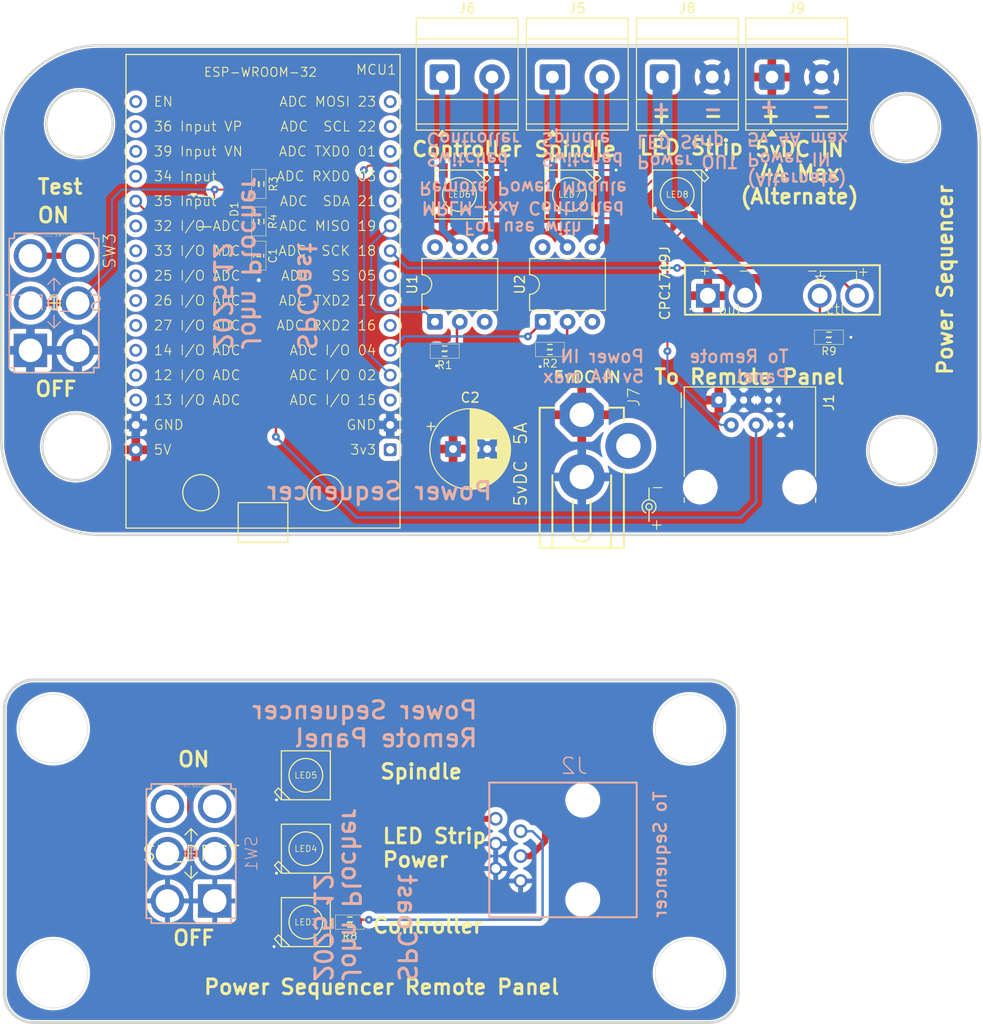
<source format=kicad_pcb>
(kicad_pcb (version 20241229) (generator "pcbnew") (generator_version "9.0")
  (layers (0 "F.Cu" signal) (2 "B.Cu" signal) (13 "F.Paste" user) (15 "B.Paste" user) (5 "F.SilkS" user "F.Silkscreen") (7 "B.SilkS" user "B.Silkscreen") (1 "F.Mask" user) (3 "B.Mask" user) (25 "Edge.Cuts" user))
  (net 0 "")
  (net 2 "+5V")
  (net 3 "Net-(J8-Pin_1)")
  (net 4 "Net-(J5-Pin_2)")
  (net 5 "Net-(J6-Pin_1)")
  (net 6 "Net-(J5-Pin_1)")
  (net 7 "Net-(J6-Pin_2)")
  (net 8 "ssr")
  (net 9 "neopixel")
  (net 10 "Net-(LED3-DO)")
  (net 11 "Net-(LED4-DO)")
  (net 19 "+3V3")
  (net 34 "Net-(R1-Pad1)")
  (net 35 "Net-(R2-Pad1)")
  (net 40 "switch")
  (net 41 "controller")
  (net 42 "spindle")
  (net 43 "debounced_switch")
  (net 44 "Net-(LED3-DI)")
  (net 45 "GND")
  (net 47 "Net-(K1--_2)")
  (net 48 "_switch")
  (net 49 "_neopixel")
  (net 50 "/5v")
  (net 53 "neopixel_out")
  (net 54 "Net-(LED6-DO)")
  (net 55 "Net-(LED7-DO)")
  (net 57 "Net-(SW3-C-Pad3)")
  (footprint "PCM_SPCoast:0603-RES" (layer "F.Cu") (at 130.75 81.25 180)
    (property "Reference" "R2" (at 0 -1.43 0) (layer "F.SilkS") (effects (font (size 0.8 0.8) (thickness 0.1))))
    (property "Value" "330Ω")
    (pad "1" smd roundrect (at -0.825 0 180) (size 0.8 0.95) (layers "F.Cu" "F.Mask" "F.Paste") (net 35 "Net-(R2-Pad1)"))
    (pad "2" smd roundrect (at 0.825 0 180) (size 0.8 0.95) (layers "F.Cu" "F.Mask" "F.Paste") (net 45 "GND"))
  )
  (footprint "PCM_SPCoast:0603-RES" (layer "F.Cu") (at 101 64.345 -90)
    (property "Reference" "R3" (at 0 -1.5 90) (layer "F.SilkS") (effects (font (size 0.8 0.8) (thickness 0.1))))
    (property "Value" "10k0Ω")
    (pad "1" smd roundrect (at -0.825 0 270) (size 0.8 0.95) (layers "F.Cu" "F.Mask" "F.Paste") (net 2 "+5V"))
    (pad "2" smd roundrect (at 0.825 0 270) (size 0.8 0.95) (layers "F.Cu" "F.Mask" "F.Paste") (net 40 "switch"))
  )
  (footprint "Monkey_Riot_Pedals_Library:DPDT.LUGS" (layer "F.Cu") (at 94.087 132.746 180)
    (property "Reference" "SW1" (at -6.163 -0.004 270) (layer "B.SilkS") (effects (font (size 1.2065 1.2065) (thickness 0.1016)) (justify mirror)))
    (property "Value" "SW_DPST" (at 0 0 0) (layer "F.SilkS") (effects (font (size 1.524 1.524))))
    (fp_text user "SOLDER" (at 0 6.731 0) (layer "F.SilkS") (effects (font (size 0.38608 0.38608) (thickness 0.032512)) (justify left bottom)))
    (fp_text user "SWITCH" (at 0 6.731 0) (layer "B.SilkS") (effects (font (size 0.38608 0.38608) (thickness 0.032512)) (justify left bottom mirror)))
    (pad "1" thru_hole rect (at -2.413 -4.834 180) (size 3.416 3.416) (drill 2.4) (layers "*.Cu" "*.Mask") (net 45 "GND"))
    (pad "2" thru_hole oval (at -2.413 -0.004 180) (size 3.416 3.416) (drill 2.4) (layers "*.Cu" "*.Mask") (net 48 "_switch"))
    (pad "3" thru_hole oval (at -2.413 4.826 180) (size 3.416 3.416) (drill 2.4) (layers "*.Cu" "*.Mask"))
    (pad "4" thru_hole oval (at 2.417 -4.834 180) (size 3.416 3.416) (drill 2.4) (layers "*.Cu" "*.Mask") (net 45 "GND"))
    (pad "5" thru_hole oval (at 2.417 -0.004 180) (size 3.416 3.416) (drill 2.4) (layers "*.Cu" "*.Mask") (net 48 "_switch"))
    (pad "6" thru_hole oval (at 2.417 4.826 180) (size 3.416 3.416) (drill 2.4) (layers "*.Cu" "*.Mask"))
  )
  (footprint "PCM_SPCoast:0603-CAP" (layer "F.Cu") (at 101 71.67 -90)
    (property "Reference" "C1" (at 0 -1.43 90) (layer "F.SilkS") (effects (font (size 0.8 0.8) (thickness 0.1))))
    (property "Value" "1.0uF")
    (pad "1" smd roundrect (at -0.775 0 270) (size 0.9 0.95) (layers "F.Cu" "F.Mask" "F.Paste") (net 43 "debounced_switch"))
    (pad "2" smd roundrect (at 0.775 0 270) (size 0.9 0.95) (layers "F.Cu" "F.Mask" "F.Paste") (net 45 "GND"))
  )
  (footprint "PCM_SPCoast:RJ12_Amphenol_54601-x06_Horizontal" (layer "F.Cu") (at 148 86.42)
    (property "Reference" "J1" (at 11.25 0.25 90) (layer "F.SilkS"))
    (property "Value" "Conn_6P6C")
    (pad "" np_thru_hole circle (at -1.9 8.89) (size 3.25 3.25) (drill 3.25) (layers "*.Cu" "*.Mask"))
    (pad "" np_thru_hole circle (at 8.26 8.89) (size 3.25 3.25) (drill 3.25) (layers "*.Cu" "*.Mask"))
    (pad "1" thru_hole roundrect (at 0 0) (size 1.52 1.52) (drill 0.76) (layers "*.Cu" "*.Mask") (roundrect_rratio 0.1644736842) (net 2 "+5V"))
    (pad "2" thru_hole circle (at 1.27 2.54) (size 1.52 1.52) (drill 0.76) (layers "*.Cu" "*.Mask") (net 53 "neopixel_out"))
    (pad "3" thru_hole circle (at 2.54 0) (size 1.52 1.52) (drill 0.76) (layers "*.Cu" "*.Mask") (net 45 "GND"))
    (pad "4" thru_hole circle (at 3.81 2.54) (size 1.52 1.52) (drill 0.76) (layers "*.Cu" "*.Mask") (net 40 "switch"))
    (pad "5" thru_hole circle (at 5.08 0) (size 1.52 1.52) (drill 0.76) (layers "*.Cu" "*.Mask") (net 45 "GND"))
    (pad "6" thru_hole circle (at 6.35 2.54) (size 1.52 1.52) (drill 0.76) (layers "*.Cu" "*.Mask") (net 45 "GND"))
  )
  (footprint "Package_DIP:DIP-6_W7.62mm" (layer "F.Cu") (at 130 78.42 90)
    (property "Reference" "U2" (at 3.81 -2.33 90) (layer "F.SilkS"))
    (property "Value" "4N28")
    (pad "1" thru_hole roundrect (at 0 0 90) (size 1.6 1.6) (drill 0.8) (layers "*.Cu" "*.Mask") (roundrect_rratio 0.15625) (net 42 "spindle"))
    (pad "2" thru_hole circle (at 0 2.54 90) (size 1.6 1.6) (drill 0.8) (layers "*.Cu" "*.Mask") (net 35 "Net-(R2-Pad1)"))
    (pad "3" thru_hole circle (at 0 5.08 90) (size 1.6 1.6) (drill 0.8) (layers "*.Cu" "*.Mask"))
    (pad "4" thru_hole circle (at 7.62 5.08 90) (size 1.6 1.6) (drill 0.8) (layers "*.Cu" "*.Mask") (net 4 "Net-(J5-Pin_2)"))
    (pad "5" thru_hole circle (at 7.62 2.54 90) (size 1.6 1.6) (drill 0.8) (layers "*.Cu" "*.Mask") (net 6 "Net-(J5-Pin_1)"))
    (pad "6" thru_hole circle (at 7.62 0 90) (size 1.6 1.6) (drill 0.8) (layers "*.Cu" "*.Mask"))
  )
  (footprint "PCM_SPCoast:WS2812B" (layer "F.Cu") (at 105.809076 124.746 90)
    (property "Reference" "LED5" (at 0 0 0) (layer "F.SilkS") (effects (font (size 0.635 0.635) (thickness 0.0762))))
    (property "Value" "WS2812B" (hide yes))
    (pad "1-VDD" smd rect (at 2.45 1.65 270) (size 1.5 0.9) (layers "F.Cu" "F.Mask" "F.Paste") (net 50 "/5v"))
    (pad "2-DOUT" smd rect (at 2.45 -1.65 270) (size 1.5 0.9) (layers "F.Cu" "F.Mask" "F.Paste"))
    (pad "3-GND" smd rect (at -2.45 -1.65 270) (size 1.5 0.9) (layers "F.Cu" "F.Mask" "F.Paste") (net 45 "GND"))
    (pad "4-DIN" smd rect (at -2.45 1.65 270) (size 1.5 0.9) (layers "F.Cu" "F.Mask" "F.Paste") (net 11 "Net-(LED4-DO)"))
  )
  (footprint "Capacitor_THT:CP_Radial_D8.0mm_P3.50mm" (layer "F.Cu") (at 120.847349 91.42)
    (property "Reference" "C2" (at 1.75 -5.25 0) (layer "F.SilkS"))
    (property "Value" "1000uF")
    (pad "1" thru_hole rect (at 0 0) (size 1.6 1.6) (drill 0.8) (layers "*.Cu" "*.Mask") (net 2 "+5V"))
    (pad "2" thru_hole circle (at 3.5 0) (size 1.6 1.6) (drill 0.8) (layers "*.Cu" "*.Mask") (net 45 "GND"))
  )
  (footprint "PCM_SPCoast:WS2812B" (layer "F.Cu") (at 105.809076 132.246 90)
    (property "Reference" "LED4" (at 0 0 0) (layer "F.SilkS") (effects (font (size 0.635 0.635) (thickness 0.0762))))
    (property "Value" "WS2812B" (hide yes))
    (pad "1-VDD" smd rect (at 2.45 1.65 270) (size 1.5 0.9) (layers "F.Cu" "F.Mask" "F.Paste") (net 50 "/5v"))
    (pad "2-DOUT" smd rect (at 2.45 -1.65 270) (size 1.5 0.9) (layers "F.Cu" "F.Mask" "F.Paste") (net 11 "Net-(LED4-DO)"))
    (pad "3-GND" smd rect (at -2.45 -1.65 270) (size 1.5 0.9) (layers "F.Cu" "F.Mask" "F.Paste") (net 45 "GND"))
    (pad "4-DIN" smd rect (at -2.45 1.65 270) (size 1.5 0.9) (layers "F.Cu" "F.Mask" "F.Paste") (net 10 "Net-(LED3-DO)"))
  )
  (footprint "PCM_SPCoast:0603-RES" (layer "F.Cu") (at 159.25 80 180)
    (property "Reference" "R9" (at 0 -1.43 0) (layer "F.SilkS") (effects (font (size 0.8 0.8) (thickness 0.1))))
    (property "Value" "330Ω")
    (pad "1" smd roundrect (at -0.825 0 180) (size 0.8 0.95) (layers "F.Cu" "F.Mask" "F.Paste") (net 45 "GND"))
    (pad "2" smd roundrect (at 0.825 0 180) (size 0.8 0.95) (layers "F.Cu" "F.Mask" "F.Paste") (net 47 "Net-(K1--_2)"))
  )
  (footprint "PCM_SPCoast:WS2812B" (layer "F.Cu") (at 143.75 65.42 -90)
    (property "Reference" "LED8" (at 0 0 0) (layer "F.SilkS") (effects (font (size 0.635 0.635) (thickness 0.0762))))
    (property "Value" "WS2812B")
    (pad "1-VDD" smd rect (at 2.45 1.65 90) (size 1.5 0.9) (layers "F.Cu" "F.Mask" "F.Paste") (net 2 "+5V"))
    (pad "2-DOUT" smd rect (at 2.45 -1.65 90) (size 1.5 0.9) (layers "F.Cu" "F.Mask" "F.Paste") (net 53 "neopixel_out"))
    (pad "3-GND" smd rect (at -2.45 -1.65 90) (size 1.5 0.9) (layers "F.Cu" "F.Mask" "F.Paste") (net 45 "GND"))
    (pad "4-DIN" smd rect (at -2.45 1.65 90) (size 1.5 0.9) (layers "F.Cu" "F.Mask" "F.Paste") (net 55 "Net-(LED7-DO)"))
  )
  (footprint "PCM_SPCoast:DCJ0202" (layer "F.Cu") (at 134 87.92)
    (property "Reference" "J7" (at 6 -0.73 90) (layer "F.SilkS") (effects (font (size 1.1684 1.1684) (thickness 0.1016)) (justify left bottom)))
    (property "Value" "DCJ0202")
    (property "Voltage" "5vDC" (at -6.25 7 90) (layer "F.SilkS") (effects (font (size 1.27 1.27))))
    (property "Amperage" "5A" (at -6.25 1.92 90) (layer "F.SilkS") (effects (font (size 1.27 1.27))))
    (fp_text user "+" (at 7.0525 10.4767 270) (layer "F.SilkS") (effects (font (size 1.1684 1.1684) (thickness 0.1016)) (justify left bottom)))
    (fp_text user "-" (at 8.5525 6.8492 180) (layer "F.SilkS") (effects (font (size 1.1684 1.1684) (thickness 0.1016)) (justify left bottom)))
    (pad "1" thru_hole roundrect (at 0 0) (size 4.5 4.5) (drill 2.5) (layers "*.Cu" "*.Mask") (chamfer_ratio 0.2928932188) (chamfer top_left top_right bottom_left bottom_right) (net 2 "+5V"))
    (pad "2" thru_hole circle (at 4.7625 3.175) (size 4.7 4.7) (drill 2.5) (layers "*.Cu" "*.Mask"))
    (pad "3" thru_hole circle (at 0 6.35) (size 4.7 4.7) (drill 2.5) (layers "*.Cu" "*.Mask") (net 45 "GND"))
  )
  (footprint "TerminalBlock_Phoenix:TerminalBlock_Phoenix_MKDS-3-2-5.08_1x02_P5.08mm_Horizontal" (layer "F.Cu") (at 153.42 53.42)
    (property "Reference" "J9" (at 2.54 -7.02 0) (layer "F.SilkS"))
    (property "Value" "Conn_01x02" (hide yes))
    (pad "1" thru_hole roundrect (at 0 0) (size 2.6 2.6) (drill 1.3) (layers "*.Cu" "*.Mask") (roundrect_rratio 0.096154) (net 2 "+5V"))
    (pad "2" thru_hole circle (at 5.08 0) (size 2.6 2.6) (drill 1.3) (layers "*.Cu" "*.Mask") (net 45 "GND"))
  )
  (footprint "PCM_SPCoast:WS2812B" (layer "F.Cu") (at 132.75 65.42 -90)
    (property "Reference" "LED7" (at 0 0 0) (layer "F.SilkS") (effects (font (size 0.635 0.635) (thickness 0.0762))))
    (property "Value" "WS2812B" (hide yes))
    (pad "1-VDD" smd rect (at 2.45 1.65 90) (size 1.5 0.9) (layers "F.Cu" "F.Mask" "F.Paste") (net 2 "+5V"))
    (pad "2-DOUT" smd rect (at 2.45 -1.65 90) (size 1.5 0.9) (layers "F.Cu" "F.Mask" "F.Paste") (net 55 "Net-(LED7-DO)"))
    (pad "3-GND" smd rect (at -2.45 -1.65 90) (size 1.5 0.9) (layers "F.Cu" "F.Mask" "F.Paste") (net 45 "GND"))
    (pad "4-DIN" smd rect (at -2.45 1.65 90) (size 1.5 0.9) (layers "F.Cu" "F.Mask" "F.Paste") (net 54 "Net-(LED6-DO)"))
  )
  (footprint "PCM_SPCoast:0603-RES" (layer "F.Cu") (at 101 68.17 -90)
    (property "Reference" "R4" (at 0 -1.43 270) (layer "F.SilkS") (effects (font (size 0.8 0.8) (thickness 0.1))))
    (property "Value" "22k0Ω")
    (pad "1" smd roundrect (at -0.825 0 270) (size 0.8 0.95) (layers "F.Cu" "F.Mask" "F.Paste") (net 40 "switch"))
    (pad "2" smd roundrect (at 0.825 0 270) (size 0.8 0.95) (layers "F.Cu" "F.Mask" "F.Paste") (net 43 "debounced_switch"))
  )
  (footprint "TerminalBlock_Phoenix:TerminalBlock_Phoenix_MKDS-3-2-5.08_1x02_P5.08mm_Horizontal" (layer "F.Cu") (at 119.75 53.42)
    (property "Reference" "J6" (at 2.54 -7.02 0) (layer "F.SilkS"))
    (property "Value" "Conn_01x02" (hide yes))
    (pad "1" thru_hole roundrect (at 0 0) (size 2.6 2.6) (drill 1.3) (layers "*.Cu" "*.Mask") (roundrect_rratio 0.096154) (net 5 "Net-(J6-Pin_1)"))
    (pad "2" thru_hole circle (at 5.08 0) (size 2.6 2.6) (drill 1.3) (layers "*.Cu" "*.Mask") (net 7 "Net-(J6-Pin_2)"))
  )
  (footprint "PCM_SPCoast:WS2812B" (layer "F.Cu") (at 121.5 65.42 -90)
    (property "Reference" "LED6" (at 0 0 0) (layer "F.SilkS") (effects (font (size 0.635 0.635) (thickness 0.0762))))
    (property "Value" "WS2812B" (hide yes))
    (pad "1-VDD" smd rect (at 2.45 1.65 90) (size 1.5 0.9) (layers "F.Cu" "F.Mask" "F.Paste") (net 2 "+5V"))
    (pad "2-DOUT" smd rect (at 2.45 -1.65 90) (size 1.5 0.9) (layers "F.Cu" "F.Mask" "F.Paste") (net 54 "Net-(LED6-DO)"))
    (pad "3-GND" smd rect (at -2.45 -1.65 90) (size 1.5 0.9) (layers "F.Cu" "F.Mask" "F.Paste") (net 45 "GND"))
    (pad "4-DIN" smd rect (at -2.45 1.65 90) (size 1.5 0.9) (layers "F.Cu" "F.Mask" "F.Paste") (net 9 "neopixel"))
  )
  (footprint "Package_DIP:DIP-6_W7.62mm" (layer "F.Cu") (at 119 78.42 90)
    (property "Reference" "U1" (at 3.81 -2.33 90) (layer "F.SilkS"))
    (property "Value" "4N28")
    (pad "1" thru_hole roundrect (at 0 0 90) (size 1.6 1.6) (drill 0.8) (layers "*.Cu" "*.Mask") (roundrect_rratio 0.15625) (net 41 "controller"))
    (pad "2" thru_hole circle (at 0 2.54 90) (size 1.6 1.6) (drill 0.8) (layers "*.Cu" "*.Mask") (net 34 "Net-(R1-Pad1)"))
    (pad "3" thru_hole circle (at 0 5.08 90) (size 1.6 1.6) (drill 0.8) (layers "*.Cu" "*.Mask"))
    (pad "4" thru_hole circle (at 7.62 5.08 90) (size 1.6 1.6) (drill 0.8) (layers "*.Cu" "*.Mask") (net 7 "Net-(J6-Pin_2)"))
    (pad "5" thru_hole circle (at 7.62 2.54 90) (size 1.6 1.6) (drill 0.8) (layers "*.Cu" "*.Mask") (net 5 "Net-(J6-Pin_1)"))
    (pad "6" thru_hole circle (at 7.62 0 90) (size 1.6 1.6) (drill 0.8) (layers "*.Cu" "*.Mask"))
  )
  (footprint "PCM_SPCoast:ESP32_DevKit_V1" (layer "F.Cu") (at 114.34 91.495)
    (property "Reference" "MCU1" (at -1.34 -38.825 0) (layer "F.SilkS") (effects (font (thickness 0.1))))
    (property "Value" "ESP32-DevKit-V1")
    (fp_text user "36 Input VP" (at -24.13 -33.02 0) (layer "F.SilkS") (effects (font (thickness 0.1)) (justify left)))
    (fp_text user "12 I/O ADC" (at -24.13 -7.62 0) (layer "F.SilkS") (effects (font (thickness 0.1)) (justify left)))
    (fp_text user "5V" (at -24.13 0 0) (layer "F.SilkS") (effects (font (thickness 0.1)) (justify left)))
    (fp_text user "34 Input" (at -24.13 -27.94 0) (layer "F.SilkS") (effects (font (thickness 0.1)) (justify left)))
    (fp_text user "39 Input VN" (at -24.13 -30.48 0) (layer "F.SilkS") (effects (font (thickness 0.1)) (justify left)))
    (fp_text user "ADC   SS 05" (at -1.27 -17.78 0) (layer "F.SilkS") (effects (font (thickness 0.1)) (justify right)))
    (fp_text user "ADC  SCK 18" (at -1.27 -20.32 0) (layer "F.SilkS") (effects (font (thickness 0.1)) (justify right)))
    (fp_text user "ADC RXD2 16" (at -1.27 -12.7 0) (layer "F.SilkS") (effects (font (thickness 0.1)) (justify right)))
    (fp_text user "33 I/O ADC" (at -24.13 -20.32 0) (layer "F.SilkS") (effects (font (thickness 0.1)) (justify left)))
    (fp_text user "ADC I/O 02" (at -1.27 -7.62 0) (layer "F.SilkS") (effects (font (thickness 0.1)) (justify right)))
    (fp_text user "ADC MISO 19" (at -1.27 -22.86 0) (layer "F.SilkS") (effects (font (thickness 0.1)) (justify right)))
    (fp_text user "35 Input" (at -24.13 -25.4 0) (layer "F.SilkS") (effects (font (thickness 0.1)) (justify left)))
    (fp_text user "ADC TXD0 01" (at -1.27 -30.48 0) (layer "F.SilkS") (effects (font (thickness 0.1)) (justify right)))
    (fp_text user "3v3" (at -1.27 0 0) (layer "F.SilkS") (effects (font (thickness 0.1)) (justify right)))
    (fp_text user "EN" (at -24.13 -35.56 0) (layer "F.SilkS") (effects (font (thickness 0.1)) (justify left)))
    (fp_text user "ADC I/O 04" (at -1.27 -10.16 0) (layer "F.SilkS") (effects (font (thickness 0.1)) (justify right)))
    (fp_text user "27 I/O ADC" (at -24.13 -12.7 0) (layer "F.SilkS") (effects (font (thickness 0.1)) (justify left)))
    (fp_text user "32 I/O ADC" (at -24.13 -22.86 0) (layer "F.SilkS") (effects (font (thickness 0.1)) (justify left)))
    (fp_text user "ADC MOSI 23" (at -1.27 -35.56 0) (layer "F.SilkS") (effects (font (thickness 0.1)) (justify right)))
    (fp_text user "ADC  SCL 22" (at -1.27 -33.02 0) (layer "F.SilkS") (effects (font (thickness 0.1)) (justify right)))
    (fp_text user "26 I/O ADC" (at -24.13 -15.24 0) (layer "F.SilkS") (effects (font (thickness 0.1)) (justify left)))
    (fp_text user "ESP-WROOM-32" (at -19.004 -38.034 0) (layer "F.SilkS") (effects (font (size 0.9144 0.9144) (thickness 0.1016)) (justify left bottom)))
    (fp_text user "GND" (at -24.13 -2.54 0) (layer "F.SilkS") (effects (font (thickness 0.1)) (justify left)))
    (fp_text user "ADC  SDA 21" (at -1.27 -25.4 0) (layer "F.SilkS") (effects (font (thickness 0.1)) (justify right)))
    (fp_text user "ADC RXD0 03" (at -1.27 -27.94 0) (layer "F.SilkS") (effects (font (thickness 0.1)) (justify right)))
    (fp_text user "GND" (at -1.27 -2.54 0) (layer "F.SilkS") (effects (font (thickness 0.1)) (justify right)))
    (fp_text user "14 I/O ADC" (at -24.13 -10.16 0) (layer "F.SilkS") (effects (font (thickness 0.1)) (justify left)))
    (fp_text user "13 I/O ADC" (at -24.13 -5.08 0) (layer "F.SilkS") (effects (font (thickness 0.1)) (justify left)))
    (fp_text user "ADC TXD2 17" (at -1.27 -15.24 0) (layer "F.SilkS") (effects (font (thickness 0.1)) (justify right)))
    (fp_text user "25 I/O ADC" (at -24.13 -17.78 0) (layer "F.SilkS") (effects (font (thickness 0.1)) (justify left)))
    (fp_text user "ADC I/O 15" (at -1.27 -5.08 0) (layer "F.SilkS") (effects (font (thickness 0.1)) (justify right)))
    (pad "3V3" thru_hole roundrect (at 0.092 0) (size 1.308 1.308) (drill 0.8) (layers "*.Cu" "*.Mask") (roundrect_rratio 0.1911314985) (net 19 "+3V3"))
    (pad "5V" thru_hole roundrect (at -25.908 0) (size 1.308 1.308) (drill 0.8) (layers "*.Cu" "*.Mask") (roundrect_rratio 0.1911314985) (net 2 "+5V"))
    (pad "EN" thru_hole circle (at -25.908 -35.56) (size 1.308 1.308) (drill 0.8) (layers "*.Cu" "*.Mask"))
    (pad "GND" thru_hole rect (at -25.908 -2.54) (size 1.308 1.308) (drill 0.8) (layers "*.Cu" "*.Mask") (net 45 "GND"))
    (pad "GND@1" thru_hole rect (at 0.092 -2.54) (size 1.308 1.308) (drill 0.8) (layers "*.Cu" "*.Mask") (net 45 "GND"))
    (pad "IO2" thru_hole circle (at 0.092 -7.62) (size 1.308 1.308) (drill 0.8) (layers "*.Cu" "*.Mask") (net 9 "neopixel"))
    (pad "IO4" thru_hole circle (at 0.092 -10.16) (size 1.308 1.308) (drill 0.8) (layers "*.Cu" "*.Mask") (net 42 "spindle"))
    (pad "IO5" thru_hole circle (at 0.092 -17.78) (size 1.308 1.308) (drill 0.8) (layers "*.Cu" "*.Mask"))
    (pad "IO12" thru_hole circle (at -25.908 -7.62) (size 1.308 1.308) (drill 0.8) (layers "*.Cu" "*.Mask"))
    (pad "IO13" thru_hole circle (at -25.908 -5.08) (size 1.308 1.308) (drill 0.8) (layers "*.Cu" "*.Mask"))
    (pad "IO14" thru_hole circle (at -25.908 -10.16) (size 1.308 1.308) (drill 0.8) (layers "*.Cu" "*.Mask"))
    (pad "IO15" thru_hole circle (at 0.092 -5.08) (size 1.308 1.308) (drill 0.8) (layers "*.Cu" "*.Mask"))
    (pad "IO18" thru_hole circle (at 0.092 -20.32) (size 1.308 1.308) (drill 0.8) (layers "*.Cu" "*.Mask") (net 8 "ssr"))
    (pad "IO19" thru_hole circle (at 0.092 -22.86) (size 1.308 1.308) (drill 0.8) (layers "*.Cu" "*.Mask") (net 41 "controller"))
    (pad "IO23" thru_hole circle (at 0.092 -35.56) (size 1.308 1.308) (drill 0.8) (layers "*.Cu" "*.Mask"))
    (pad "IO25" thru_hole circle (at -25.908 -17.78) (size 1.308 1.308) (drill 0.8) (layers "*.Cu" "*.Mask"))
    (pad "IO26" thru_hole circle (at -25.908 -15.24) (size 1.308 1.308) (drill 0.8) (layers "*.Cu" "*.Mask"))
    (pad "IO27" thru_hole circle (at -25.908 -12.7) (size 1.308 1.308) (drill 0.8) (layers "*.Cu" "*.Mask"))
    (pad "IO32" thru_hole circle (at -25.908 -22.86) (size 1.308 1.308) (drill 0.8) (layers "*.Cu" "*.Mask"))
    (pad "IO33" thru_hole circle (at -25.908 -20.32) (size 1.308 1.308) (drill 0.8) (layers "*.Cu" "*.Mask"))
    (pad "IO34" thru_hole circle (at -25.908 -27.94) (size 1.308 1.308) (drill 0.8) (layers "*.Cu" "*.Mask"))
    (pad "IO35" thru_hole circle (at -25.908 -25.4) (size 1.308 1.308) (drill 0.8) (layers "*.Cu" "*.Mask") (net 43 "debounced_switch"))
    (pad "IO36" thru_hole circle (at -25.908 -33.02) (size 1.308 1.308) (drill 0.8) (layers "*.Cu" "*.Mask"))
    (pad "IO39" thru_hole circle (at -25.908 -30.48) (size 1.308 1.308) (drill 0.8) (layers "*.Cu" "*.Mask"))
    (pad "RX1" thru_hole circle (at 0.092 -27.94) (size 1.308 1.308) (drill 0.8) (layers "*.Cu" "*.Mask"))
    (pad "RX2" thru_hole circle (at 0.092 -12.7) (size 1.308 1.308) (drill 0.8) (layers "*.Cu" "*.Mask"))
    (pad "SCL" thru_hole circle (at 0.092 -33.02) (size 1.308 1.308) (drill 0.8) (layers "*.Cu" "*.Mask"))
    (pad "SDA" thru_hole circle (at 0.092 -25.4) (size 1.308 1.308) (drill 0.8) (layers "*.Cu" "*.Mask"))
    (pad "TX1" thru_hole circle (at 0.092 -30.48) (size 1.308 1.308) (drill 0.8) (layers "*.Cu" "*.Mask"))
    (pad "TX2" thru_hole circle (at 0.092 -15.24) (size 1.308 1.308) (drill 0.8) (layers "*.Cu" "*.Mask"))
  )
  (footprint "TerminalBlock_Phoenix:TerminalBlock_Phoenix_MKDS-3-2-5.08_1x02_P5.08mm_Horizontal" (layer "F.Cu") (at 142.25 53.42)
    (property "Reference" "J8" (at 2.54 -7.02 0) (layer "F.SilkS"))
    (property "Value" "Conn_01x02" (hide yes))
    (pad "1" thru_hole roundrect (at 0 0) (size 2.6 2.6) (drill 1.3) (layers "*.Cu" "*.Mask") (roundrect_rratio 0.096154) (net 3 "Net-(J8-Pin_1)"))
    (pad "2" thru_hole circle (at 5.08 0) (size 2.6 2.6) (drill 1.3) (layers "*.Cu" "*.Mask") (net 45 "GND"))
  )
  (footprint "Package_TO_SOT_SMD:SOT-23" (layer "F.Cu") (at 95.5 67.17)
    (property "Reference" "D1" (at 3 -0.25 90) (layer "F.SilkS") (effects (font (size 0.8 0.8) (thickness 0.1))))
    (property "Value" "BAT54A")
    (pad "1" smd roundrect (at -0.9375 -0.95) (size 1.475 0.6) (layers "F.Cu" "F.Mask" "F.Paste"))
    (pad "2" smd roundrect (at -0.9375 0.95) (size 1.475 0.6) (layers "F.Cu" "F.Mask" "F.Paste") (net 43 "debounced_switch"))
    (pad "3" smd roundrect (at 0.9375 0) (size 1.475 0.6) (layers "F.Cu" "F.Mask" "F.Paste") (net 40 "switch"))
  )
  (footprint "PCM_SPCoast:0603-RES" (layer "F.Cu") (at 110.309076 139.746 180)
    (property "Reference" "R8" (at 0 -1.43 0) (layer "F.SilkS") (effects (font (size 0.8 0.8) (thickness 0.1))))
    (property "Value" "330Ω")
    (pad "1" smd roundrect (at -0.825 0 180) (size 0.8 0.95) (layers "F.Cu" "F.Mask" "F.Paste") (net 49 "_neopixel"))
    (pad "2" smd roundrect (at 0.825 0 180) (size 0.8 0.95) (layers "F.Cu" "F.Mask" "F.Paste") (net 44 "Net-(LED3-DI)"))
  )
  (footprint "PCM_SPCoast:Board_100x050" (layer "F.Cu") (at 174.6885 100.1885 90)
    (property "Reference" "Board1" (hide yes))
    (property "Value" "~" (hide yes))
    (fp_line (start 10 -100) (end 40 -100) (stroke (width 0.254)) (layer "Edge.Cuts"))
    (fp_line (start 50 -90) (end 50 -10) (stroke (width 0.254)) (layer "Edge.Cuts"))
    (fp_line (start 0 -10) (end 0 -90) (stroke (width 0.254)) (layer "Edge.Cuts"))
    (fp_line (start 40 0) (end 11 0) (stroke (width 0.254)) (layer "Edge.Cuts"))
    (fp_line (start 11 0) (end 10 0) (stroke (width 0.254)) (layer "Edge.Cuts"))
    (fp_arc (start 40 -100) (mid 47.071068 -97.071068) (end 50 -90) (stroke (width 0.254)) (layer "Edge.Cuts"))
    (fp_arc (start 0 -90) (mid 2.928932 -97.071068) (end 10 -100) (stroke (width 0.254)) (layer "Edge.Cuts"))
    (fp_arc (start 50 -10) (mid 47.071068 -2.928932) (end 40 0) (stroke (width 0.254)) (layer "Edge.Cuts"))
    (fp_arc (start 10 0) (mid 2.928932 -2.928932) (end 0 -10) (stroke (width 0.254)) (layer "Edge.Cuts"))
    (fp_circle (center 9 -92.4) (end 12.4 -92.4) (stroke (width 0.254)) (fill no) (layer "Edge.Cuts"))
    (fp_circle (center 42 -92) (end 45.4 -92) (stroke (width 0.254)) (fill no) (layer "Edge.Cuts"))
    (fp_circle (center 8.6 -8) (end 12 -8) (stroke (width 0.254)) (fill no) (layer "Edge.Cuts"))
    (fp_circle (center 41.6 -7.6) (end 45 -7.6) (stroke (width 0.254)) (fill no) (layer "Edge.Cuts"))
  )
  (footprint "PCM_SPCoast:Relay_CPC1709J" (layer "F.Cu") (at 146.88 75.754)
    (property "Reference" "K1" (hide yes))
    (property "Value" "CPC1709J" (at -4.38 -1.28299 90) (layer "F.SilkS") (effects (font (thickness 0.1524))))
    (fp_text user "out" (at 1 2 0) (layer "F.SilkS") (effects (font (thickness 0.1)) (justify left bottom)))
    (fp_text user "+" (at 15.19489 -1.891495 0) (layer "F.SilkS") (effects (font (thickness 0.1)) (justify left bottom)))
    (fp_text user "+" (at -1 -2 0) (layer "F.SilkS") (effects (font (thickness 0.1)) (justify left bottom)))
    (fp_text user "ctl" (at 12 1.943 0) (layer "F.SilkS") (effects (font (thickness 0.1)) (justify left bottom)))
    (fp_text user "-" (at 10 -2 0) (layer "F.SilkS") (effects (font (thickness 0.1)) (justify left bottom)))
    (fp_text user "-" (at 3 -2 0) (layer "F.SilkS") (effects (font (thickness 0.1)) (justify left bottom)))
    (pad "1" thru_hole rect (at 0 0) (size 2.43 2.43) (drill 1.62) (layers "*.Cu" "*.Mask") (net 2 "+5V"))
    (pad "2" thru_hole circle (at 3.81 0) (size 2.43 2.43) (drill 1.62) (layers "*.Cu" "*.Mask") (net 3 "Net-(J8-Pin_1)"))
    (pad "3" thru_hole circle (at 11.43 0) (size 2.43 2.43) (drill 1.62) (layers "*.Cu" "*.Mask") (net 47 "Net-(K1--_2)"))
    (pad "4" thru_hole circle (at 15.24 0) (size 2.43 2.43) (drill 1.62) (layers "*.Cu" "*.Mask") (net 8 "ssr"))
  )
  (footprint "PCM_SPCoast:0603-RES" (layer "F.Cu") (at 120 81.42 180)
    (property "Reference" "R1" (at 0 -1.43 0) (layer "F.SilkS") (effects (font (size 0.8 0.8) (thickness 0.1))))
    (property "Value" "330Ω")
    (pad "1" smd roundrect (at -0.825 0 180) (size 0.8 0.95) (layers "F.Cu" "F.Mask" "F.Paste") (net 34 "Net-(R1-Pad1)"))
    (pad "2" smd roundrect (at 0.825 0 180) (size 0.8 0.95) (layers "F.Cu" "F.Mask" "F.Paste") (net 45 "GND"))
  )
  (footprint "TerminalBlock_Phoenix:TerminalBlock_Phoenix_MKDS-3-2-5.08_1x02_P5.08mm_Horizontal" (layer "F.Cu") (at 131 53.42)
    (property "Reference" "J5" (at 2.54 -7.02 0) (layer "F.SilkS"))
    (property "Value" "Conn_01x02" (hide yes))
    (pad "1" thru_hole roundrect (at 0 0) (size 2.6 2.6) (drill 1.3) (layers "*.Cu" "*.Mask") (roundrect_rratio 0.096154) (net 6 "Net-(J5-Pin_1)"))
    (pad "2" thru_hole circle (at 5.08 0) (size 2.6 2.6) (drill 1.3) (layers "*.Cu" "*.Mask") (net 4 "Net-(J5-Pin_2)"))
  )
  (footprint "PCM_SPCoast:WS2812B" (layer "F.Cu") (at 105.809076 139.746 90)
    (property "Reference" "LED3" (at 0 0 0) (layer "F.SilkS") (effects (font (size 0.635 0.635) (thickness 0.0762))))
    (property "Value" "WS2812B" (hide yes))
    (pad "1-VDD" smd rect (at 2.45 1.65 270) (size 1.5 0.9) (layers "F.Cu" "F.Mask" "F.Paste") (net 50 "/5v"))
    (pad "2-DOUT" smd rect (at 2.45 -1.65 270) (size 1.5 0.9) (layers "F.Cu" "F.Mask" "F.Paste") (net 10 "Net-(LED3-DO)"))
    (pad "3-GND" smd rect (at -2.45 -1.65 270) (size 1.5 0.9) (layers "F.Cu" "F.Mask" "F.Paste") (net 45 "GND"))
    (pad "4-DIN" smd rect (at -2.45 1.65 270) (size 1.5 0.9) (layers "F.Cu" "F.Mask" "F.Paste") (net 44 "Net-(LED3-DI)"))
  )
  (footprint "PCM_SPCoast:RJ12_TOP" (layer "B.Cu") (at 134.1 132.365 -90)
    (property "Reference" "J2" (at -7.62 -0.635 0) (layer "B.SilkS") (effects (font (size 1.63576 1.63576) (thickness 0.14224)) (justify left bottom mirror)))
    (property "Value" "Conn_6P6C")
    (pad "" np_thru_hole circle (at -5.08 0 270) (size 3.2512 3.2512) (drill 3.2512) (layers "*.Cu" "*.Mask"))
    (pad "" np_thru_hole circle (at 5.08 0 270) (size 3.2512 3.2512) (drill 3.2512) (layers "*.Cu" "*.Mask"))
    (pad "1" thru_hole circle (at -3.175 8.89 270) (size 1.4 1.4) (drill 0.9) (layers "*.Cu" "*.Mask") (net 50 "/5v"))
    (pad "2" thru_hole circle (at -1.905 6.35 270) (size 1.4 1.4) (drill 0.9) (layers "*.Cu" "*.Mask") (net 49 "_neopixel"))
    (pad "3" thru_hole circle (at -0.635 8.89 270) (size 1.4 1.4) (drill 0.9) (layers "*.Cu" "*.Mask") (net 45 "GND"))
    (pad "4" thru_hole circle (at 0.635 6.35 270) (size 1.4 1.4) (drill 0.9) (layers "*.Cu" "*.Mask") (net 48 "_switch"))
    (pad "5" thru_hole circle (at 1.905 8.89 270) (size 1.4 1.4) (drill 0.9) (layers "*.Cu" "*.Mask") (net 45 "GND"))
    (pad "6" thru_hole circle (at 3.175 6.35 270) (size 1.4 1.4) (drill 0.9) (layers "*.Cu" "*.Mask") (net 45 "GND"))
  )
  (footprint "Monkey_Riot_Pedals_Library:DPDT.LUGS" (layer "B.Cu") (at 80.083 76.504)
    (property "Reference" "SW3" (at 5.667 -5.334 90) (layer "F.SilkS") (effects (font (size 1.2065 1.2065) (thickness 0.1016))))
    (property "Value" "SW_DPST" (at 0 0 0) (layer "B.SilkS") (effects (font (size 1.524 1.524)) (justify mirror)))
    (fp_text user "SWITCH" (at 0 -6.731 0) (layer "F.SilkS") (effects (font (size 0.38608 0.38608) (thickness 0.032512)) (justify left bottom)))
    (fp_text user "SOLDER" (at 0 -6.731 0) (layer "B.SilkS") (effects (font (size 0.38608 0.38608) (thickness 0.032512)) (justify left bottom mirror)))
    (pad "1" thru_hole rect (at -2.413 4.834) (size 3.416 3.416) (drill 2.4) (layers "*.Cu" "*.Mask") (net 45 "GND"))
    (pad "2" thru_hole oval (at -2.413 0.004) (size 3.416 3.416) (drill 2.4) (layers "*.Cu" "*.Mask") (net 40 "switch"))
    (pad "3" thru_hole oval (at -2.413 -4.826) (size 3.416 3.416) (drill 2.4) (layers "*.Cu" "*.Mask") (net 57 "Net-(SW3-C-Pad3)"))
    (pad "4" thru_hole oval (at 2.417 4.834) (size 3.416 3.416) (drill 2.4) (layers "*.Cu" "*.Mask") (net 45 "GND"))
    (pad "5" thru_hole oval (at 2.417 0.004) (size 3.416 3.416) (drill 2.4) (layers "*.Cu" "*.Mask") (net 40 "switch"))
    (pad "6" thru_hole oval (at 2.417 -4.826) (size 3.416 3.416) (drill 2.4) (layers "*.Cu" "*.Mask") (net 57 "Net-(SW3-C-Pad3)"))
  )
  (gr_arc (start 150 147) (mid 149.12132 149.12132) (end 147 150) (stroke (width 0.3)) (layer "Edge.Cuts"))
  (gr_arc (start 147 115) (mid 149.12132 115.87868) (end 150 118) (stroke (width 0.3)) (layer "Edge.Cuts"))
  (gr_circle (center 80 145) (end 83.5 145) (stroke (width 0.05)) (fill no) (layer "Edge.Cuts"))
  (gr_line (start 78 115) (end 147 115) (stroke (width 0.3)) (layer "Edge.Cuts"))
  (gr_circle (center 80 119.990399) (end 83.5 119.990399) (stroke (width 0.05)) (fill no) (layer "Edge.Cuts"))
  (gr_circle (center 145.009601 120) (end 148.509601 120) (stroke (width 0.05)) (fill no) (layer "Edge.Cuts"))
  (gr_arc (start 78 150) (mid 75.87868 149.12132) (end 75 147) (stroke (width 0.3)) (layer "Edge.Cuts"))
  (gr_circle (center 145 144.990399) (end 148.5 144.990399) (stroke (width 0.05)) (fill no) (layer "Edge.Cuts"))
  (gr_line (start 75 147) (end 75 118) (stroke (width 0.3)) (layer "Edge.Cuts"))
  (gr_arc (start 75 118) (mid 75.87868 115.87868) (end 78 115) (stroke (width 0.3)) (layer "Edge.Cuts"))
  (gr_line (start 147 150) (end 78 150) (stroke (width 0.3)) (layer "Edge.Cuts"))
  (gr_line (start 150 118) (end 150 147) (stroke (width 0.3)) (layer "Edge.Cuts"))
  (gr_text "LED Strip" (at 139.75 61.5 0) (layer "F.SilkS") (effects (font (size 1.5 1.5) (thickness 0.3) (bold yes)) (justify left bottom)))
  (gr_text "5vDC IN\n4A Max\n(Alternate)" (at 156.25 66.5 0) (layer "F.SilkS") (effects (font (size 1.5 1.5) (thickness 0.3) (bold yes)) (justify bottom)))
  (gr_text "Controller" (at 116.5 61.67 0) (layer "F.SilkS") (effects (font (size 1.5 1.5) (thickness 0.3) (bold yes)) (justify left bottom)))
  (gr_text "Spindle" (at 129 61.67 0) (layer "F.SilkS") (effects (font (size 1.5 1.5) (thickness 0.3) (bold yes)) (justify left bottom)))
  (gr_text "+   -" (at 144.79 58.22 0) (layer "F.SilkS") (effects (font (size 1.5 1.5) (thickness 0.3) (bold yes)) (justify bottom)))
  (gr_text "OFF" (at 92.087 142.246 0) (layer "F.SilkS") (effects (font (size 1.5 1.5) (thickness 0.3) (bold yes)) (justify left bottom)))
  (gr_text "Power Sequencer Remote Panel" (at 95.25 147.25 0) (layer "F.SilkS") (effects (font (size 1.5 1.5) (thickness 0.3) (bold yes)) (justify left bottom)))
  (gr_text "Power Sequencer" (at 172 84 90) (layer "F.SilkS") (effects (font (size 1.5 1.5) (thickness 0.3) (bold yes)) (justify left bottom)))
  (gr_text "ON" (at 78.25 68.42 0) (layer "F.SilkS") (effects (font (size 1.5 1.5) (thickness 0.3) (bold yes)) (justify left bottom)))
  (gr_text "Spindle" (at 113.25 125.25 0) (layer "F.SilkS") (effects (font (size 1.5 1.5) (thickness 0.3) (bold yes)) (justify left bottom)))
  (gr_text "Controller" (at 112.5 141 0) (layer "F.SilkS") (effects (font (size 1.5 1.5) (thickness 0.3) (bold yes)) (justify left bottom)))
  (gr_text "LED Strip\nPower" (at 113.5 134.25 0) (layer "F.SilkS") (effects (font (size 1.5 1.5) (thickness 0.3) (bold yes)) (justify left bottom)))
  (gr_text "Test" (at 78.25 65.5 0) (layer "F.SilkS") (effects (font (size 1.5 1.5) (thickness 0.3) (bold yes)) (justify left bottom)))
  (gr_text "+   -" (at 155.96 58.22 0) (layer "F.SilkS") (effects (font (size 1.5 1.5) (thickness 0.3) (bold yes)) (justify bottom)))
  (gr_text "To Remote Panel" (at 141.25 84.92 -0) (layer "F.SilkS") (effects (font (size 1.5 1.5) (thickness 0.3) (bold yes)) (justify left bottom)))
  (gr_text "5vDC IN" (at 131 84.75 0) (layer "F.SilkS") (effects (font (size 1.143 1.143) (thickness 0.2032) (bold yes)) (justify left bottom)))
  (gr_text "OFF" (at 78 86.17 0) (layer "F.SilkS") (effects (font (size 1.5 1.5) (thickness 0.3) (bold yes)) (justify left bottom)))
  (gr_text "ON" (at 92.587 123.996 0) (layer "F.SilkS") (effects (font (size 1.5 1.5) (thickness 0.3) (bold yes)) (justify left bottom)))
  (gr_text "Switched\nSpindle" (at 129.75 59 180) (layer "B.SilkS") (effects (font (size 1.27 1.27) (thickness 0.2286) (bold yes)) (justify left bottom mirror)))
  (gr_text "For use with\nMRLM-xxA Controlled\nRemote Power Module" (at 128 64 180) (layer "B.SilkS") (effects (font (size 1.27 1.27) (thickness 0.2286) (bold yes)) (justify bottom mirror)))
  (gr_text "+   -" (at 141 56 180) (layer "B.SilkS") (effects (font (size 1.5 1.5) (thickness 0.3) (bold yes)) (justify left bottom mirror)))
  (gr_text "Power IN\n5v 4A max" (at 140.5 84.75 0) (layer "B.SilkS") (effects (font (size 1.27 1.27) (thickness 0.2286) (bold yes)) (justify left bottom mirror)))
  (gr_text "Power OUT\nLED Strip" (at 139.5 59.25 180) (layer "B.SilkS") (effects (font (size 1.27 1.27) (thickness 0.2286) (bold yes)) (justify left bottom mirror)))
  (gr_text "+   -" (at 152 55.75 180) (layer "B.SilkS") (effects (font (size 1.5 1.5) (thickness 0.3) (bold yes)) (justify left bottom mirror)))
  (gr_text "(Alternate)\nPower IN\n5v 4A max" (at 150.75 59 180) (layer "B.SilkS") (effects (font (size 1.27 1.27) (thickness 0.2286) (bold yes)) (justify left bottom mirror)))
  (gr_text "Power Sequencer" (at 125 96.75 0) (layer "B.SilkS") (effects (font (size 1.778 1.778) (thickness 0.3048) (bold yes)) (justify left bottom mirror)))
  (gr_text "SPCoast\n\nJohn Plocher\n2025.12" (at 96.25 81.5 270) (layer "B.SilkS") (effects (font (size 1.778 1.778) (thickness 0.3048) (bold yes)) (justify left bottom mirror)))
  (gr_text "SPCoast\n\nJohn Plocher\n2025.12" (at 106.5 146 270) (layer "B.SilkS") (effects (font (size 1.778 1.778) (thickness 0.3048) (bold yes)) (justify left bottom mirror)))
  (gr_text "To Remote\nPanel" (at 155.25 84.75 0) (layer "B.SilkS") (effects (font (size 1.27 1.27) (thickness 0.2286) (bold yes)) (justify left bottom mirror)))
  (gr_text "Switched\nController" (at 118 59 180) (layer "B.SilkS") (effects (font (size 1.27 1.27) (thickness 0.2286) (bold yes)) (justify left bottom mirror)))
  (gr_text "Power Sequencer\nRemote Panel" (at 123.5 122 0) (layer "B.SilkS") (effects (font (size 1.778 1.778) (thickness 0.3048) (bold yes)) (justify left bottom mirror)))
  (gr_text "To Sequencer" (at 142.75 126.25 90) (layer "B.SilkS") (effects (font (size 1.27 1.27) (thickness 0.2286) (bold yes)) (justify left bottom mirror)))
  (segment (start 150.69 74.36) (end 150.69 75.754) (width 2.032) (layer "B.Cu") (net 3))
  (segment (start 142.25 53.42) (end 142.25 65.92) (width 2.032) (layer "B.Cu") (net 3))
  (segment (start 142.25 65.92) (end 150.69 74.36) (width 2.032) (layer "B.Cu") (net 3))
  (segment (start 136.08 53.42) (end 136 53.5) (width 0.635) (layer "B.Cu") (net 4))
  (segment (start 136 69.88) (end 135.08 70.8) (width 0.635) (layer "B.Cu") (net 4))
  (segment (start 136 53.5) (end 136 69.88) (width 0.635) (layer "B.Cu") (net 4))
  (segment (start 119.75 69.01) (end 121.54 70.8) (width 0.635) (layer "B.Cu") (net 5))
  (segment (start 119.75 53.42) (end 119.75 69.01) (width 0.635) (layer "B.Cu") (net 5))
  (segment (start 131 53.42) (end 131 69.17) (width 0.635) (layer "B.Cu") (net 6))
  (segment (start 131 69.17) (end 132.54 70.71) (width 0.635) (layer "B.Cu") (net 6))
  (segment (start 132.54 70.71) (end 132.54 70.8) (width 0.635) (layer "B.Cu") (net 6))
  (segment (start 124.01 70.71) (end 124.08 70.78) (width 0.635) (layer "B.Cu") (net 7))
  (segment (start 124.08 70.78) (end 124.08 70.8) (width 0.635) (layer "B.Cu") (net 7))
  (segment (start 124.75 53.5) (end 124.75 69.97) (width 0.635) (layer "B.Cu") (net 7))
  (segment (start 124.83 53.42) (end 124.75 53.5) (width 0.635) (layer "B.Cu") (net 7))
  (segment (start 124.75 69.97) (end 124.01 70.71) (width 0.635) (layer "B.Cu") (net 7))
  (segment (start 143.75 72.92) (end 159.286 72.92) (width 0.254) (layer "F.Cu") (net 8))
  (segment (start 159.286 72.92) (end 162.12 75.754) (width 0.254) (layer "F.Cu") (net 8))
  (via (at 143.75 72.92) (size 0.8) (drill 0.3) (layers "F.Cu" "B.Cu") (net 8))
  (segment (start 116.177 72.92) (end 114.432 71.175) (width 0.254) (layer "B.Cu") (net 8))
  (segment (start 143.75 72.92) (end 116.177 72.92) (width 0.254) (layer "B.Cu") (net 8))
  (segment (start 119.35 62.47) (end 119.85 62.97) (width 0.2032) (layer "F.Cu") (net 9))
  (segment (start 111.75 62.92) (end 112.2 62.47) (width 0.2032) (layer "F.Cu") (net 9))
  (segment (start 112.2 62.47) (end 119.35 62.47) (width 0.2032) (layer "F.Cu") (net 9))
  (via (at 111.75 62.92) (size 0.8) (drill 0.3) (layers "F.Cu" "B.Cu") (net 9))
  (segment (start 111.75 63.42) (end 111.75 62.92) (width 0.2032) (layer "B.Cu") (net 9))
  (segment (start 114.432 83.875) (end 111.75 81.193) (width 0.2032) (layer "B.Cu") (net 9))
  (segment (start 111.75 81.193) (end 111.75 63.42) (width 0.2032) (layer "B.Cu") (net 9))
  (segment (start 104.859076 137.296) (end 107.459076 134.696) (width 0.254) (layer "F.Cu") (net 10))
  (segment (start 104.159076 137.296) (end 104.859076 137.296) (width 0.254) (layer "F.Cu") (net 10))
  (segment (start 104.159076 129.796) (end 104.859076 129.796) (width 0.254) (layer "F.Cu") (net 11))
  (segment (start 104.859076 129.796) (end 107.459076 127.196) (width 0.254) (layer "F.Cu") (net 11))
  (segment (start 121.25 80.995) (end 120.825 81.42) (width 0.254) (layer "F.Cu") (net 34))
  (segment (start 121.54 78.42) (end 121.25 78.71) (width 0.254) (layer "F.Cu") (net 34))
  (segment (start 121.25 78.71) (end 121.25 80.995) (width 0.254) (layer "F.Cu") (net 34))
  (segment (start 132.5 78.54) (end 132.54 78.5) (width 0.254) (layer "F.Cu") (net 35))
  (segment (start 131.575 81.25) (end 132.5 80.325) (width 0.254) (layer "F.Cu") (net 35))
  (segment (start 132.54 78.5) (end 132.54 78.42) (width 0.254) (layer "F.Cu") (net 35))
  (segment (start 132.5 80.325) (end 132.5 78.54) (width 0.254) (layer "F.Cu") (net 35))
  (segment (start 101 65.17) (end 101 67.345) (width 0.254) (layer "F.Cu") (net 40))
  (segment (start 102.75 90.17) (end 102.75 69.095) (width 0.254) (layer "F.Cu") (net 40))
  (segment (start 96.5 64.92) (end 96.4375 64.9825) (width 0.2032) (layer "F.Cu") (net 40))
  (segment (start 100.8 67.345) (end 101 67.345) (width 0.2032) (layer "F.Cu") (net 40))
  (segment (start 96.5 64.92) (end 100.75 64.92) (width 0.2032) (layer "F.Cu") (net 40))
  (segment (start 96.0375 67.17) (end 96.4375 67.17) (width 0.2032) (layer "F.Cu") (net 40))
  (segment (start 96.4375 64.9825) (end 96.4375 67.17) (width 0.2032) (layer "F.Cu") (net 40))
  (segment (start 82.5 76.508) (end 77.67 76.508) (width 0.635) (layer "F.Cu") (net 40))
  (segment (start 95.8625 67.345) (end 96.0375 67.17) (width 0.2032) (layer "F.Cu") (net 40))
  (segment (start 100.75 64.92) (end 101 65.17) (width 0.2032) (layer "F.Cu") (net 40))
  (segment (start 102.75 69.095) (end 101 67.345) (width 0.254) (layer "F.Cu") (net 40))
  (via (at 102.75 90.17) (size 0.8) (drill 0.3) (layers "F.Cu" "B.Cu") (net 40))
  (via (at 96.5 64.92) (size 0.8) (drill 0.3) (layers "F.Cu" "B.Cu") (net 40))
  (segment (start 102.75 90.17) (end 111 98.42) (width 0.254) (layer "B.Cu") (net 40))
  (segment (start 96.5 64.92) (end 87 64.92) (width 0.2032) (layer "B.Cu") (net 40))
  (segment (start 87 64.92) (end 86 65.92) (width 0.2032) (layer "B.Cu") (net 40))
  (segment (start 150.25 98.42) (end 151.81 96.86) (width 0.254) (layer "B.Cu") (net 40))
  (segment (start 86 72.92) (end 82.5 76.42) (width 0.2032) (layer "B.Cu") (net 40))
  (segment (start 111 98.42) (end 150.25 98.42) (width 0.254) (layer "B.Cu") (net 40))
  (segment (start 86 65.92) (end 86 72.92) (width 0.2032) (layer "B.Cu") (net 40))
  (segment (start 82.5 76.42) (end 82.5 76.508) (width 0.2032) (layer "B.Cu") (net 40))
  (segment (start 151.81 96.86) (end 151.81 88.96) (width 0.254) (layer "B.Cu") (net 40))
  (segment (start 112.5 76.92) (end 113 77.42) (width 0.2032) (layer "B.Cu") (net 41))
  (segment (start 114.432 68.635) (end 112.5 70.567) (width 0.2032) (layer "B.Cu") (net 41))
  (segment (start 112.5 70.567) (end 112.5 76.92) (width 0.2032) (layer "B.Cu") (net 41))
  (segment (start 113 77.42) (end 118 77.42) (width 0.2032) (layer "B.Cu") (net 41))
  (segment (start 118 77.42) (end 119 78.42) (width 0.2032) (layer "B.Cu") (net 41))
  (segment (start 130 78.42) (end 130.5 78.42) (width 0.254) (layer "F.Cu") (net 42))
  (segment (start 128.5 79.92) (end 130 78.42) (width 0.254) (layer "F.Cu") (net 42))
  (via (at 128.5 79.92) (size 0.8) (drill 0.3) (layers "F.Cu" "B.Cu") (net 42))
  (segment (start 128.5 79.92) (end 115.847 79.92) (width 0.254) (layer "B.Cu") (net 42))
  (segment (start 115.847 79.92) (end 114.432 81.335) (width 0.254) (layer "B.Cu") (net 42))
  (segment (start 94.5625 68.87) (end 94.5625 68.12) (width 0.2032) (layer "F.Cu") (net 43))
  (segment (start 94.5625 68.12) (end 90.457 68.12) (width 0.2032) (layer "F.Cu") (net 43))
  (segment (start 94.6875 68.995) (end 94.5625 68.87) (width 0.2032) (layer "F.Cu") (net 43))
  (segment (start 101 68.995) (end 94.6875 68.995) (width 0.2032) (layer "F.Cu") (net 43))
  (segment (start 90.457 68.12) (end 88.432 66.095) (width 0.2032) (layer "F.Cu") (net 43))
  (segment (start 101 68.995) (end 101 70.895) (width 0.2032) (layer "F.Cu") (net 43))
  (segment (start 88.407 66.12) (end 88.432 66.095) (width 0.254) (layer "F.Cu") (net 43))
  (segment (start 109.484076 139.746) (end 109.484076 140.171) (width 0.254) (layer "F.Cu") (net 44))
  (segment (start 109.484076 140.171) (end 107.459076 142.196) (width 0.254) (layer "F.Cu") (net 44))
  (segment (start 101 72.445) (end 101 74.17) (width 0.2032) (layer "F.Cu") (net 45))
  (segment (start 146.75 62.92) (end 146.2 62.92) (width 0.2032) (layer "F.Cu") (net 45))
  (segment (start 102.859076 127.196) (end 102.809076 127.246) (width 0.635) (layer "F.Cu") (net 45))
  (segment (start 104.159076 142.196) (end 102.609076 142.196) (width 0.635) (layer "F.Cu") (net 45))
  (segment (start 123.2 62.92) (end 123.15 62.97) (width 0.2032) (layer "F.Cu") (net 45))
  (segment (start 119.175 82.92) (end 119.175 81.42) (width 0.254) (layer "F.Cu") (net 45))
  (segment (start 135 62.92) (end 134.95 62.97) (width 0.2032) (layer "F.Cu") (net 45))
  (segment (start 146.15 62.97) (end 145.4 62.97) (width 0.2032) (layer "F.Cu") (net 45))
  (segment (start 129.75 83) (end 129.75 81.425) (width 0.254) (layer "F.Cu") (net 45))
  (segment (start 146.2 62.92) (end 146.15 62.97) (width 0.2032) (layer "F.Cu") (net 45))
  (segment (start 126.25 62.92) (end 123.2 62.92) (width 0.2032) (layer "F.Cu") (net 45))
  (segment (start 102.609076 142.196) (end 102.559076 142.246) (width 0.635) (layer "F.Cu") (net 45))
  (segment (start 161.5 80) (end 160.075 80) (width 0.254) (layer "F.Cu") (net 45))
  (segment (start 137.5 62.92) (end 135 62.92) (width 0.2032) (layer "F.Cu") (net 45))
  (segment (start 129.75 81.425) (end 129.925 81.25) (width 0.254) (layer "F.Cu") (net 45))
  (segment (start 102.859076 134.696) (end 102.809076 134.746) (width 0.635) (layer "F.Cu") (net 45))
  (segment (start 104.159076 127.196) (end 102.859076 127.196) (width 0.635) (layer "F.Cu") (net 45))
  (segment (start 134.95 62.97) (end 134.4 62.97) (width 0.2032) (layer "F.Cu") (net 45))
  (segment (start 104.159076 134.696) (end 102.859076 134.696) (width 0.635) (layer "F.Cu") (net 45))
  (via (at 119.175 82.92) (size 0.8) (drill 0.3) (layers "F.Cu" "B.Cu") (net 45))
  (via (at 102.809076 127.246) (size 0.8) (drill 0.3) (layers "F.Cu" "B.Cu") (net 45))
  (via (at 146.75 62.92) (size 0.6096) (drill 0.3048) (layers "F.Cu" "B.Cu") (net 45))
  (via (at 101 74.17) (size 0.8) (drill 0.4) (layers "F.Cu" "B.Cu") (net 45))
  (via (at 129.75 83) (size 0.8) (drill 0.3) (layers "F.Cu" "B.Cu") (net 45))
  (via (at 161.5 80) (size 0.8) (drill 0.3) (layers "F.Cu" "B.Cu") (net 45))
  (via (at 126.25 62.92) (size 0.6096) (drill 0.3048) (layers "F.Cu" "B.Cu") (net 45))
  (via (at 137.5 62.92) (size 0.6096) (drill 0.3048) (layers "F.Cu" "B.Cu") (net 45))
  (via (at 102.559076 142.246) (size 0.8) (drill 0.3) (layers "F.Cu" "B.Cu") (net 45))
  (via (at 102.809076 134.746) (size 0.8) (drill 0.3) (layers "F.Cu" "B.Cu") (net 45))
  (segment (start 158.325 79.9) (end 158.325 75.769) (width 0.254) (layer "F.Cu") (net 47))
  (segment (start 158.425 80) (end 158.325 79.9) (width 0.254) (layer "F.Cu") (net 47))
  (segment (start 158.325 75.769) (end 158.31 75.754) (width 0.254) (layer "F.Cu") (net 47))
  (segment (start 96.5 132.75) (end 94 132.75) (width 0.635) (layer "F.Cu") (net 48))
  (segment (start 94 132.75) (end 91.67 132.75) (width 0.635) (layer "F.Cu") (net 48))
  (segment (start 90.606 131.686) (end 91.67 132.75) (width 0.254) (layer "F.Cu") (net 48))
  (segment (start 130.25 131.5) (end 128.75 133) (width 0.635) (layer "F.Cu") (net 48))
  (segment (start 96.5 119.75) (end 127.5 119.75) (width 0.635) (layer "F.Cu") (net 48))
  (segment (start 94 132.75) (end 94 122.25) (width 0.635) (layer "F.Cu") (net 48))
  (segment (start 127.5 119.75) (end 130.25 122.5) (width 0.635) (layer "F.Cu") (net 48))
  (segment (start 128.75 133) (end 127.75 133) (width 0.635) (layer "F.Cu") (net 48))
  (segment (start 130.25 122.5) (end 130.25 131.5) (width 0.635) (layer "F.Cu") (net 48))
  (segment (start 94 122.25) (end 96.5 119.75) (width 0.635) (layer "F.Cu") (net 48))
  (segment (start 111.380076 139.5) (end 111.134076 139.746) (width 0.254) (layer "F.Cu") (net 49))
  (segment (start 112.25 139.5) (end 111.380076 139.5) (width 0.254) (layer "F.Cu") (net 49))
  (via (at 112.25 139.5) (size 0.8) (drill 0.3) (layers "F.Cu" "B.Cu") (net 49))
  (segment (start 112.25 139.5) (end 129.75 139.5) (width 0.254) (layer "B.Cu") (net 49))
  (segment (start 130 131.5) (end 128.96 130.46) (width 0.254) (layer "B.Cu") (net 49))
  (segment (start 129.75 139.5) (end 130 139.25) (width 0.254) (layer "B.Cu") (net 49))
  (segment (start 130 139.25) (end 130 131.5) (width 0.254) (layer "B.Cu") (net 49))
  (segment (start 128.96 130.46) (end 127.75 130.46) (width 0.254) (layer "B.Cu") (net 49))
  (segment (start 110.059076 128.996) (end 110.059076 129.5) (width 0.635) (layer "F.Cu") (net 50))
  (segment (start 110.059076 129.5) (end 110.059076 129.746) (width 0.635) (layer "F.Cu") (net 50))
  (segment (start 109.309076 137.246) (end 107.509076 137.246) (width 0.635) (layer "F.Cu") (net 50))
  (segment (start 110.059076 136.496) (end 109.309076 137.246) (width 0.635) (layer "F.Cu") (net 50))
  (segment (start 110.059076 129.746) (end 110.059076 136.496) (width 0.635) (layer "F.Cu") (net 50))
  (segment (start 107.509076 137.246) (end 107.459076 137.296) (width 0.635) (layer "F.Cu") (net 50))
  (segment (start 125.21 129.19) (end 110.369076 129.19) (width 0.635) (layer "F.Cu") (net 50))
  (segment (start 110.059076 123.496) (end 110.059076 128.996) (width 0.635) (layer "F.Cu") (net 50))
  (segment (start 110.009076 129.796) (end 110.059076 129.746) (width 0.635) (layer "F.Cu") (net 50))
  (segment (start 110.369076 129.19) (end 110.059076 129.5) (width 0.635) (layer "F.Cu") (net 50))
  (segment (start 107.459076 129.796) (end 110.009076 129.796) (width 0.635) (layer "F.Cu") (net 50))
  (segment (start 109.609076 122.296) (end 110.059076 122.746) (width 0.635) (layer "F.Cu") (net 50))
  (segment (start 107.459076 122.296) (end 109.609076 122.296) (width 0.635) (layer "F.Cu") (net 50))
  (segment (start 110.059076 122.746) (end 110.059076 123.496) (width 0.635) (layer "F.Cu") (net 50))
  (segment (start 149.23 88.92) (end 149.27 88.96) (width 0.254) (layer "F.Cu") (net 53))
  (segment (start 145.4 68.02) (end 145.4 67.87) (width 0.2032) (layer "F.Cu") (net 53))
  (segment (start 142.75 70.67) (end 145.4 68.02) (width 0.2032) (layer "F.Cu") (net 53))
  (segment (start 142.75 81.42) (end 142.75 70.67) (width 0.2032) (layer "F.Cu") (net 53))
  (via (at 142.75 81.42) (size 0.8) (drill 0.3) (layers "F.Cu" "B.Cu") (net 53))
  (segment (start 142.75 83.514802) (end 148.195198 88.96) (width 0.2032) (layer "B.Cu") (net 53))
  (segment (start 142.75 81.42) (end 142.75 83.514802) (width 0.2032) (layer "B.Cu") (net 53))
  (segment (start 148.195198 88.96) (end 149.27 88.96) (width 0.2032) (layer "B.Cu") (net 53))
  (segment (start 126.974995 67.67) (end 131.1 63.544995) (width 0.2032) (layer "F.Cu") (net 54))
  (segment (start 123.15 67.87) (end 123.35 67.67) (width 0.2032) (layer "F.Cu") (net 54))
  (segment (start 131.1 63.544995) (end 131.1 62.97) (width 0.2032) (layer "F.Cu") (net 54))
  (segment (start 123.35 67.67) (end 126.974995 67.67) (width 0.2032) (layer "F.Cu") (net 54))
  (segment (start 137.327 67.843) (end 142.1 63.07) (width 0.2032) (layer "F.Cu") (net 55))
  (segment (start 134.4 67.87) (end 134.9 67.87) (width 0.2032) (layer "F.Cu") (net 55))
  (segment (start 142.1 63.07) (end 142.1 62.97) (width 0.2032) (layer "F.Cu") (net 55))
  (segment (start 134.9 67.87) (end 134.927 67.843) (width 0.2032) (layer "F.Cu") (net 55))
  (segment (start 134.927 67.843) (end 137.327 67.843) (width 0.2032) (layer "F.Cu") (net 55))
  (segment (start 77.67 71.678) (end 82.5 71.678) (width 0.635) (layer "F.Cu") (net 57))
  (zone (net 2) (net_name "+5V") (layer "F.Cu") (connect_pads (clearance 0.5)) (min_thickness 0.2032) (fill yes (thermal_gap 0.5) (thermal_bridge_width 0.889))
    (polygon (pts (xy 75 50) (xy 175 50) (xy 175 100.5) (xy 75 100.5)))
  )
  (zone (net 45) (net_name "GND") (layer "B.Cu") (priority 1) (connect_pads (clearance 0.5)) (min_thickness 0.25) (fill yes (thermal_gap 0.5) (thermal_bridge_width 0.5) (island_removal_mode 1) (island_area_min 10))
    (polygon (pts (xy 75 115) (xy 150 115) (xy 149.75 150) (xy 75 150)))
  )
  (zone (net 45) (net_name "GND") (layer "B.Cu") (connect_pads (clearance 0.5)) (min_thickness 0.1524) (fill yes (thermal_gap 0.5) (thermal_bridge_width 0.889))
    (polygon (pts (xy 75 50) (xy 175 50) (xy 175 100.5) (xy 75 100.5)))
  )
)
</source>
